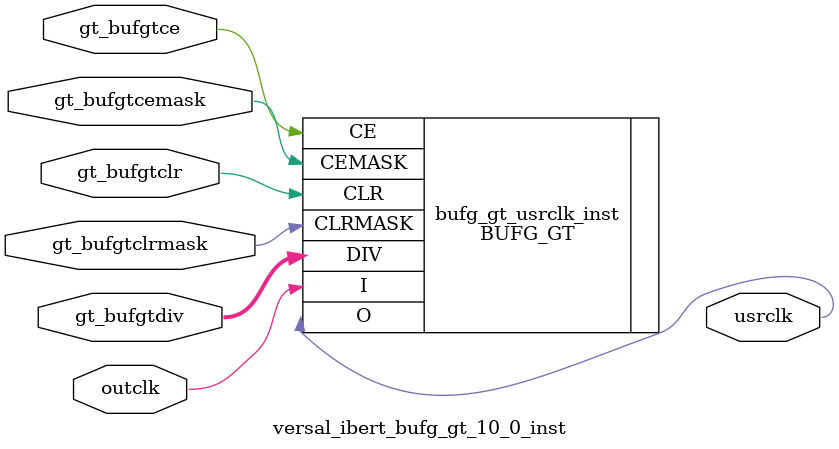
<source format=v>




`timescale 1ns / 1ps



module versal_ibert_bufg_gt_10_0_inst  (
    input outclk,
    input gt_bufgtce,
    input gt_bufgtcemask,
    input gt_bufgtclr,
    input gt_bufgtclrmask,
    input [2:0] gt_bufgtdiv,
    output usrclk
    );
     
      wire sync_ce;
      wire sync_clr;

      //BUFG_GT_SYNC sync_clr_ce (.CESYNC(sync_ce), .CLRSYNC(sync_clr), .CE(gt_bufgtce), .CLK(outclk), .CLR(gt_bufgtclr));
    //assign usrclk = outclk;
      BUFG_GT #(
        .SIM_DEVICE ("VERSAL_PREMIUM")
      ) bufg_gt_usrclk_inst (
        .CE      (gt_bufgtce),
        .CEMASK  (gt_bufgtcemask),
        .CLR     (gt_bufgtclr),
        .CLRMASK (gt_bufgtclrmask),
        .DIV     (gt_bufgtdiv),
        .I       (outclk),
        .O       (usrclk)
      );
endmodule
//------}

</source>
